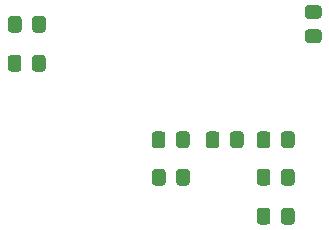
<source format=gbr>
G04 #@! TF.GenerationSoftware,KiCad,Pcbnew,5.1.6-c6e7f7d~87~ubuntu18.04.1*
G04 #@! TF.CreationDate,2020-08-21T12:14:16-04:00*
G04 #@! TF.ProjectId,lm3886_stereo_amp,6c6d3338-3836-45f7-9374-6572656f5f61,1*
G04 #@! TF.SameCoordinates,Original*
G04 #@! TF.FileFunction,Paste,Top*
G04 #@! TF.FilePolarity,Positive*
%FSLAX46Y46*%
G04 Gerber Fmt 4.6, Leading zero omitted, Abs format (unit mm)*
G04 Created by KiCad (PCBNEW 5.1.6-c6e7f7d~87~ubuntu18.04.1) date 2020-08-21 12:14:16*
%MOMM*%
%LPD*%
G01*
G04 APERTURE LIST*
G04 APERTURE END LIST*
G36*
G01*
X137100000Y-84385999D02*
X137100000Y-85286001D01*
G75*
G02*
X136850001Y-85536000I-249999J0D01*
G01*
X136199999Y-85536000D01*
G75*
G02*
X135950000Y-85286001I0J249999D01*
G01*
X135950000Y-84385999D01*
G75*
G02*
X136199999Y-84136000I249999J0D01*
G01*
X136850001Y-84136000D01*
G75*
G02*
X137100000Y-84385999I0J-249999D01*
G01*
G37*
G36*
G01*
X139150000Y-84385999D02*
X139150000Y-85286001D01*
G75*
G02*
X138900001Y-85536000I-249999J0D01*
G01*
X138249999Y-85536000D01*
G75*
G02*
X138000000Y-85286001I0J249999D01*
G01*
X138000000Y-84385999D01*
G75*
G02*
X138249999Y-84136000I249999J0D01*
G01*
X138900001Y-84136000D01*
G75*
G02*
X139150000Y-84385999I0J-249999D01*
G01*
G37*
G36*
G01*
X137091000Y-87687999D02*
X137091000Y-88588001D01*
G75*
G02*
X136841001Y-88838000I-249999J0D01*
G01*
X136190999Y-88838000D01*
G75*
G02*
X135941000Y-88588001I0J249999D01*
G01*
X135941000Y-87687999D01*
G75*
G02*
X136190999Y-87438000I249999J0D01*
G01*
X136841001Y-87438000D01*
G75*
G02*
X137091000Y-87687999I0J-249999D01*
G01*
G37*
G36*
G01*
X139141000Y-87687999D02*
X139141000Y-88588001D01*
G75*
G02*
X138891001Y-88838000I-249999J0D01*
G01*
X138240999Y-88838000D01*
G75*
G02*
X137991000Y-88588001I0J249999D01*
G01*
X137991000Y-87687999D01*
G75*
G02*
X138240999Y-87438000I249999J0D01*
G01*
X138891001Y-87438000D01*
G75*
G02*
X139141000Y-87687999I0J-249999D01*
G01*
G37*
G36*
G01*
X154746000Y-95065001D02*
X154746000Y-94164999D01*
G75*
G02*
X154995999Y-93915000I249999J0D01*
G01*
X155646001Y-93915000D01*
G75*
G02*
X155896000Y-94164999I0J-249999D01*
G01*
X155896000Y-95065001D01*
G75*
G02*
X155646001Y-95315000I-249999J0D01*
G01*
X154995999Y-95315000D01*
G75*
G02*
X154746000Y-95065001I0J249999D01*
G01*
G37*
G36*
G01*
X152696000Y-95065001D02*
X152696000Y-94164999D01*
G75*
G02*
X152945999Y-93915000I249999J0D01*
G01*
X153596001Y-93915000D01*
G75*
G02*
X153846000Y-94164999I0J-249999D01*
G01*
X153846000Y-95065001D01*
G75*
G02*
X153596001Y-95315000I-249999J0D01*
G01*
X152945999Y-95315000D01*
G75*
G02*
X152696000Y-95065001I0J249999D01*
G01*
G37*
G36*
G01*
X161347999Y-85277000D02*
X162248001Y-85277000D01*
G75*
G02*
X162498000Y-85526999I0J-249999D01*
G01*
X162498000Y-86177001D01*
G75*
G02*
X162248001Y-86427000I-249999J0D01*
G01*
X161347999Y-86427000D01*
G75*
G02*
X161098000Y-86177001I0J249999D01*
G01*
X161098000Y-85526999D01*
G75*
G02*
X161347999Y-85277000I249999J0D01*
G01*
G37*
G36*
G01*
X161347999Y-83227000D02*
X162248001Y-83227000D01*
G75*
G02*
X162498000Y-83476999I0J-249999D01*
G01*
X162498000Y-84127001D01*
G75*
G02*
X162248001Y-84377000I-249999J0D01*
G01*
X161347999Y-84377000D01*
G75*
G02*
X161098000Y-84127001I0J249999D01*
G01*
X161098000Y-83476999D01*
G75*
G02*
X161347999Y-83227000I249999J0D01*
G01*
G37*
G36*
G01*
X150174000Y-95065001D02*
X150174000Y-94164999D01*
G75*
G02*
X150423999Y-93915000I249999J0D01*
G01*
X151074001Y-93915000D01*
G75*
G02*
X151324000Y-94164999I0J-249999D01*
G01*
X151324000Y-95065001D01*
G75*
G02*
X151074001Y-95315000I-249999J0D01*
G01*
X150423999Y-95315000D01*
G75*
G02*
X150174000Y-95065001I0J249999D01*
G01*
G37*
G36*
G01*
X148124000Y-95065001D02*
X148124000Y-94164999D01*
G75*
G02*
X148373999Y-93915000I249999J0D01*
G01*
X149024001Y-93915000D01*
G75*
G02*
X149274000Y-94164999I0J-249999D01*
G01*
X149274000Y-95065001D01*
G75*
G02*
X149024001Y-95315000I-249999J0D01*
G01*
X148373999Y-95315000D01*
G75*
G02*
X148124000Y-95065001I0J249999D01*
G01*
G37*
G36*
G01*
X150192000Y-98240001D02*
X150192000Y-97339999D01*
G75*
G02*
X150441999Y-97090000I249999J0D01*
G01*
X151092001Y-97090000D01*
G75*
G02*
X151342000Y-97339999I0J-249999D01*
G01*
X151342000Y-98240001D01*
G75*
G02*
X151092001Y-98490000I-249999J0D01*
G01*
X150441999Y-98490000D01*
G75*
G02*
X150192000Y-98240001I0J249999D01*
G01*
G37*
G36*
G01*
X148142000Y-98240001D02*
X148142000Y-97339999D01*
G75*
G02*
X148391999Y-97090000I249999J0D01*
G01*
X149042001Y-97090000D01*
G75*
G02*
X149292000Y-97339999I0J-249999D01*
G01*
X149292000Y-98240001D01*
G75*
G02*
X149042001Y-98490000I-249999J0D01*
G01*
X148391999Y-98490000D01*
G75*
G02*
X148142000Y-98240001I0J249999D01*
G01*
G37*
G36*
G01*
X159064000Y-95065001D02*
X159064000Y-94164999D01*
G75*
G02*
X159313999Y-93915000I249999J0D01*
G01*
X159964001Y-93915000D01*
G75*
G02*
X160214000Y-94164999I0J-249999D01*
G01*
X160214000Y-95065001D01*
G75*
G02*
X159964001Y-95315000I-249999J0D01*
G01*
X159313999Y-95315000D01*
G75*
G02*
X159064000Y-95065001I0J249999D01*
G01*
G37*
G36*
G01*
X157014000Y-95065001D02*
X157014000Y-94164999D01*
G75*
G02*
X157263999Y-93915000I249999J0D01*
G01*
X157914001Y-93915000D01*
G75*
G02*
X158164000Y-94164999I0J-249999D01*
G01*
X158164000Y-95065001D01*
G75*
G02*
X157914001Y-95315000I-249999J0D01*
G01*
X157263999Y-95315000D01*
G75*
G02*
X157014000Y-95065001I0J249999D01*
G01*
G37*
G36*
G01*
X159064000Y-98240001D02*
X159064000Y-97339999D01*
G75*
G02*
X159313999Y-97090000I249999J0D01*
G01*
X159964001Y-97090000D01*
G75*
G02*
X160214000Y-97339999I0J-249999D01*
G01*
X160214000Y-98240001D01*
G75*
G02*
X159964001Y-98490000I-249999J0D01*
G01*
X159313999Y-98490000D01*
G75*
G02*
X159064000Y-98240001I0J249999D01*
G01*
G37*
G36*
G01*
X157014000Y-98240001D02*
X157014000Y-97339999D01*
G75*
G02*
X157263999Y-97090000I249999J0D01*
G01*
X157914001Y-97090000D01*
G75*
G02*
X158164000Y-97339999I0J-249999D01*
G01*
X158164000Y-98240001D01*
G75*
G02*
X157914001Y-98490000I-249999J0D01*
G01*
X157263999Y-98490000D01*
G75*
G02*
X157014000Y-98240001I0J249999D01*
G01*
G37*
G36*
G01*
X158164000Y-100641999D02*
X158164000Y-101542001D01*
G75*
G02*
X157914001Y-101792000I-249999J0D01*
G01*
X157263999Y-101792000D01*
G75*
G02*
X157014000Y-101542001I0J249999D01*
G01*
X157014000Y-100641999D01*
G75*
G02*
X157263999Y-100392000I249999J0D01*
G01*
X157914001Y-100392000D01*
G75*
G02*
X158164000Y-100641999I0J-249999D01*
G01*
G37*
G36*
G01*
X160214000Y-100641999D02*
X160214000Y-101542001D01*
G75*
G02*
X159964001Y-101792000I-249999J0D01*
G01*
X159313999Y-101792000D01*
G75*
G02*
X159064000Y-101542001I0J249999D01*
G01*
X159064000Y-100641999D01*
G75*
G02*
X159313999Y-100392000I249999J0D01*
G01*
X159964001Y-100392000D01*
G75*
G02*
X160214000Y-100641999I0J-249999D01*
G01*
G37*
M02*

</source>
